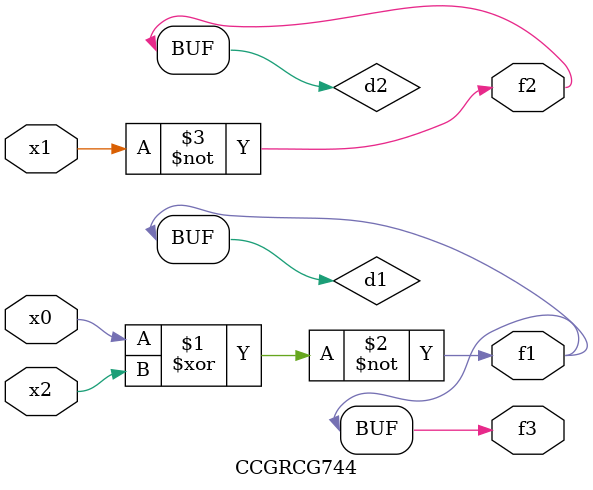
<source format=v>
module CCGRCG744(
	input x0, x1, x2,
	output f1, f2, f3
);

	wire d1, d2, d3;

	xnor (d1, x0, x2);
	nand (d2, x1);
	nor (d3, x1, x2);
	assign f1 = d1;
	assign f2 = d2;
	assign f3 = d1;
endmodule

</source>
